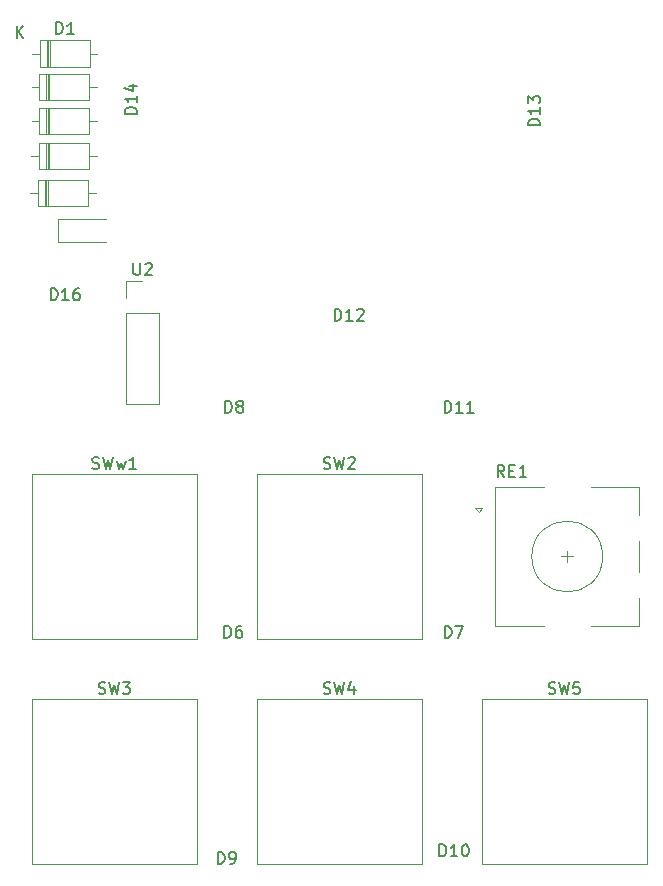
<source format=gbr>
%TF.GenerationSoftware,KiCad,Pcbnew,9.0.7*%
%TF.CreationDate,2026-01-31T12:03:09-06:00*%
%TF.ProjectId,PRO,50524f2e-6b69-4636-9164-5f7063625858,rev?*%
%TF.SameCoordinates,Original*%
%TF.FileFunction,Legend,Top*%
%TF.FilePolarity,Positive*%
%FSLAX46Y46*%
G04 Gerber Fmt 4.6, Leading zero omitted, Abs format (unit mm)*
G04 Created by KiCad (PCBNEW 9.0.7) date 2026-01-31 12:03:09*
%MOMM*%
%LPD*%
G01*
G04 APERTURE LIST*
%ADD10C,0.200000*%
%ADD11C,0.150000*%
%ADD12C,0.120000*%
G04 APERTURE END LIST*
D10*
X32723214Y-54502219D02*
X32723214Y-53502219D01*
X32723214Y-53502219D02*
X32961309Y-53502219D01*
X32961309Y-53502219D02*
X33104166Y-53549838D01*
X33104166Y-53549838D02*
X33199404Y-53645076D01*
X33199404Y-53645076D02*
X33247023Y-53740314D01*
X33247023Y-53740314D02*
X33294642Y-53930790D01*
X33294642Y-53930790D02*
X33294642Y-54073647D01*
X33294642Y-54073647D02*
X33247023Y-54264123D01*
X33247023Y-54264123D02*
X33199404Y-54359361D01*
X33199404Y-54359361D02*
X33104166Y-54454600D01*
X33104166Y-54454600D02*
X32961309Y-54502219D01*
X32961309Y-54502219D02*
X32723214Y-54502219D01*
X34247023Y-54502219D02*
X33675595Y-54502219D01*
X33961309Y-54502219D02*
X33961309Y-53502219D01*
X33961309Y-53502219D02*
X33866071Y-53645076D01*
X33866071Y-53645076D02*
X33770833Y-53740314D01*
X33770833Y-53740314D02*
X33675595Y-53787933D01*
X35104166Y-53502219D02*
X34913690Y-53502219D01*
X34913690Y-53502219D02*
X34818452Y-53549838D01*
X34818452Y-53549838D02*
X34770833Y-53597457D01*
X34770833Y-53597457D02*
X34675595Y-53740314D01*
X34675595Y-53740314D02*
X34627976Y-53930790D01*
X34627976Y-53930790D02*
X34627976Y-54311742D01*
X34627976Y-54311742D02*
X34675595Y-54406980D01*
X34675595Y-54406980D02*
X34723214Y-54454600D01*
X34723214Y-54454600D02*
X34818452Y-54502219D01*
X34818452Y-54502219D02*
X35008928Y-54502219D01*
X35008928Y-54502219D02*
X35104166Y-54454600D01*
X35104166Y-54454600D02*
X35151785Y-54406980D01*
X35151785Y-54406980D02*
X35199404Y-54311742D01*
X35199404Y-54311742D02*
X35199404Y-54073647D01*
X35199404Y-54073647D02*
X35151785Y-53978409D01*
X35151785Y-53978409D02*
X35104166Y-53930790D01*
X35104166Y-53930790D02*
X35008928Y-53883171D01*
X35008928Y-53883171D02*
X34818452Y-53883171D01*
X34818452Y-53883171D02*
X34723214Y-53930790D01*
X34723214Y-53930790D02*
X34675595Y-53978409D01*
X34675595Y-53978409D02*
X34627976Y-54073647D01*
X65625714Y-101582219D02*
X65625714Y-100582219D01*
X65625714Y-100582219D02*
X65863809Y-100582219D01*
X65863809Y-100582219D02*
X66006666Y-100629838D01*
X66006666Y-100629838D02*
X66101904Y-100725076D01*
X66101904Y-100725076D02*
X66149523Y-100820314D01*
X66149523Y-100820314D02*
X66197142Y-101010790D01*
X66197142Y-101010790D02*
X66197142Y-101153647D01*
X66197142Y-101153647D02*
X66149523Y-101344123D01*
X66149523Y-101344123D02*
X66101904Y-101439361D01*
X66101904Y-101439361D02*
X66006666Y-101534600D01*
X66006666Y-101534600D02*
X65863809Y-101582219D01*
X65863809Y-101582219D02*
X65625714Y-101582219D01*
X67149523Y-101582219D02*
X66578095Y-101582219D01*
X66863809Y-101582219D02*
X66863809Y-100582219D01*
X66863809Y-100582219D02*
X66768571Y-100725076D01*
X66768571Y-100725076D02*
X66673333Y-100820314D01*
X66673333Y-100820314D02*
X66578095Y-100867933D01*
X67768571Y-100582219D02*
X67863809Y-100582219D01*
X67863809Y-100582219D02*
X67959047Y-100629838D01*
X67959047Y-100629838D02*
X68006666Y-100677457D01*
X68006666Y-100677457D02*
X68054285Y-100772695D01*
X68054285Y-100772695D02*
X68101904Y-100963171D01*
X68101904Y-100963171D02*
X68101904Y-101201266D01*
X68101904Y-101201266D02*
X68054285Y-101391742D01*
X68054285Y-101391742D02*
X68006666Y-101486980D01*
X68006666Y-101486980D02*
X67959047Y-101534600D01*
X67959047Y-101534600D02*
X67863809Y-101582219D01*
X67863809Y-101582219D02*
X67768571Y-101582219D01*
X67768571Y-101582219D02*
X67673333Y-101534600D01*
X67673333Y-101534600D02*
X67625714Y-101486980D01*
X67625714Y-101486980D02*
X67578095Y-101391742D01*
X67578095Y-101391742D02*
X67530476Y-101201266D01*
X67530476Y-101201266D02*
X67530476Y-100963171D01*
X67530476Y-100963171D02*
X67578095Y-100772695D01*
X67578095Y-100772695D02*
X67625714Y-100677457D01*
X67625714Y-100677457D02*
X67673333Y-100629838D01*
X67673333Y-100629838D02*
X67768571Y-100582219D01*
D11*
X71130952Y-69454819D02*
X70797619Y-68978628D01*
X70559524Y-69454819D02*
X70559524Y-68454819D01*
X70559524Y-68454819D02*
X70940476Y-68454819D01*
X70940476Y-68454819D02*
X71035714Y-68502438D01*
X71035714Y-68502438D02*
X71083333Y-68550057D01*
X71083333Y-68550057D02*
X71130952Y-68645295D01*
X71130952Y-68645295D02*
X71130952Y-68788152D01*
X71130952Y-68788152D02*
X71083333Y-68883390D01*
X71083333Y-68883390D02*
X71035714Y-68931009D01*
X71035714Y-68931009D02*
X70940476Y-68978628D01*
X70940476Y-68978628D02*
X70559524Y-68978628D01*
X71559524Y-68931009D02*
X71892857Y-68931009D01*
X72035714Y-69454819D02*
X71559524Y-69454819D01*
X71559524Y-69454819D02*
X71559524Y-68454819D01*
X71559524Y-68454819D02*
X72035714Y-68454819D01*
X72988095Y-69454819D02*
X72416667Y-69454819D01*
X72702381Y-69454819D02*
X72702381Y-68454819D01*
X72702381Y-68454819D02*
X72607143Y-68597676D01*
X72607143Y-68597676D02*
X72511905Y-68692914D01*
X72511905Y-68692914D02*
X72416667Y-68740533D01*
D10*
X74136919Y-39695485D02*
X73136919Y-39695485D01*
X73136919Y-39695485D02*
X73136919Y-39457390D01*
X73136919Y-39457390D02*
X73184538Y-39314533D01*
X73184538Y-39314533D02*
X73279776Y-39219295D01*
X73279776Y-39219295D02*
X73375014Y-39171676D01*
X73375014Y-39171676D02*
X73565490Y-39124057D01*
X73565490Y-39124057D02*
X73708347Y-39124057D01*
X73708347Y-39124057D02*
X73898823Y-39171676D01*
X73898823Y-39171676D02*
X73994061Y-39219295D01*
X73994061Y-39219295D02*
X74089300Y-39314533D01*
X74089300Y-39314533D02*
X74136919Y-39457390D01*
X74136919Y-39457390D02*
X74136919Y-39695485D01*
X74136919Y-38171676D02*
X74136919Y-38743104D01*
X74136919Y-38457390D02*
X73136919Y-38457390D01*
X73136919Y-38457390D02*
X73279776Y-38552628D01*
X73279776Y-38552628D02*
X73375014Y-38647866D01*
X73375014Y-38647866D02*
X73422633Y-38743104D01*
X73136919Y-37838342D02*
X73136919Y-37219295D01*
X73136919Y-37219295D02*
X73517871Y-37552628D01*
X73517871Y-37552628D02*
X73517871Y-37409771D01*
X73517871Y-37409771D02*
X73565490Y-37314533D01*
X73565490Y-37314533D02*
X73613109Y-37266914D01*
X73613109Y-37266914D02*
X73708347Y-37219295D01*
X73708347Y-37219295D02*
X73946442Y-37219295D01*
X73946442Y-37219295D02*
X74041680Y-37266914D01*
X74041680Y-37266914D02*
X74089300Y-37314533D01*
X74089300Y-37314533D02*
X74136919Y-37409771D01*
X74136919Y-37409771D02*
X74136919Y-37695485D01*
X74136919Y-37695485D02*
X74089300Y-37790723D01*
X74089300Y-37790723D02*
X74041680Y-37838342D01*
X39995919Y-38714285D02*
X38995919Y-38714285D01*
X38995919Y-38714285D02*
X38995919Y-38476190D01*
X38995919Y-38476190D02*
X39043538Y-38333333D01*
X39043538Y-38333333D02*
X39138776Y-38238095D01*
X39138776Y-38238095D02*
X39234014Y-38190476D01*
X39234014Y-38190476D02*
X39424490Y-38142857D01*
X39424490Y-38142857D02*
X39567347Y-38142857D01*
X39567347Y-38142857D02*
X39757823Y-38190476D01*
X39757823Y-38190476D02*
X39853061Y-38238095D01*
X39853061Y-38238095D02*
X39948300Y-38333333D01*
X39948300Y-38333333D02*
X39995919Y-38476190D01*
X39995919Y-38476190D02*
X39995919Y-38714285D01*
X39995919Y-37190476D02*
X39995919Y-37761904D01*
X39995919Y-37476190D02*
X38995919Y-37476190D01*
X38995919Y-37476190D02*
X39138776Y-37571428D01*
X39138776Y-37571428D02*
X39234014Y-37666666D01*
X39234014Y-37666666D02*
X39281633Y-37761904D01*
X39329252Y-36333333D02*
X39995919Y-36333333D01*
X38948300Y-36571428D02*
X39662585Y-36809523D01*
X39662585Y-36809523D02*
X39662585Y-36190476D01*
D11*
X55816667Y-68733200D02*
X55959524Y-68780819D01*
X55959524Y-68780819D02*
X56197619Y-68780819D01*
X56197619Y-68780819D02*
X56292857Y-68733200D01*
X56292857Y-68733200D02*
X56340476Y-68685580D01*
X56340476Y-68685580D02*
X56388095Y-68590342D01*
X56388095Y-68590342D02*
X56388095Y-68495104D01*
X56388095Y-68495104D02*
X56340476Y-68399866D01*
X56340476Y-68399866D02*
X56292857Y-68352247D01*
X56292857Y-68352247D02*
X56197619Y-68304628D01*
X56197619Y-68304628D02*
X56007143Y-68257009D01*
X56007143Y-68257009D02*
X55911905Y-68209390D01*
X55911905Y-68209390D02*
X55864286Y-68161771D01*
X55864286Y-68161771D02*
X55816667Y-68066533D01*
X55816667Y-68066533D02*
X55816667Y-67971295D01*
X55816667Y-67971295D02*
X55864286Y-67876057D01*
X55864286Y-67876057D02*
X55911905Y-67828438D01*
X55911905Y-67828438D02*
X56007143Y-67780819D01*
X56007143Y-67780819D02*
X56245238Y-67780819D01*
X56245238Y-67780819D02*
X56388095Y-67828438D01*
X56721429Y-67780819D02*
X56959524Y-68780819D01*
X56959524Y-68780819D02*
X57150000Y-68066533D01*
X57150000Y-68066533D02*
X57340476Y-68780819D01*
X57340476Y-68780819D02*
X57578572Y-67780819D01*
X57911905Y-67876057D02*
X57959524Y-67828438D01*
X57959524Y-67828438D02*
X58054762Y-67780819D01*
X58054762Y-67780819D02*
X58292857Y-67780819D01*
X58292857Y-67780819D02*
X58388095Y-67828438D01*
X58388095Y-67828438D02*
X58435714Y-67876057D01*
X58435714Y-67876057D02*
X58483333Y-67971295D01*
X58483333Y-67971295D02*
X58483333Y-68066533D01*
X58483333Y-68066533D02*
X58435714Y-68209390D01*
X58435714Y-68209390D02*
X57864286Y-68780819D01*
X57864286Y-68780819D02*
X58483333Y-68780819D01*
X36766667Y-87783200D02*
X36909524Y-87830819D01*
X36909524Y-87830819D02*
X37147619Y-87830819D01*
X37147619Y-87830819D02*
X37242857Y-87783200D01*
X37242857Y-87783200D02*
X37290476Y-87735580D01*
X37290476Y-87735580D02*
X37338095Y-87640342D01*
X37338095Y-87640342D02*
X37338095Y-87545104D01*
X37338095Y-87545104D02*
X37290476Y-87449866D01*
X37290476Y-87449866D02*
X37242857Y-87402247D01*
X37242857Y-87402247D02*
X37147619Y-87354628D01*
X37147619Y-87354628D02*
X36957143Y-87307009D01*
X36957143Y-87307009D02*
X36861905Y-87259390D01*
X36861905Y-87259390D02*
X36814286Y-87211771D01*
X36814286Y-87211771D02*
X36766667Y-87116533D01*
X36766667Y-87116533D02*
X36766667Y-87021295D01*
X36766667Y-87021295D02*
X36814286Y-86926057D01*
X36814286Y-86926057D02*
X36861905Y-86878438D01*
X36861905Y-86878438D02*
X36957143Y-86830819D01*
X36957143Y-86830819D02*
X37195238Y-86830819D01*
X37195238Y-86830819D02*
X37338095Y-86878438D01*
X37671429Y-86830819D02*
X37909524Y-87830819D01*
X37909524Y-87830819D02*
X38100000Y-87116533D01*
X38100000Y-87116533D02*
X38290476Y-87830819D01*
X38290476Y-87830819D02*
X38528572Y-86830819D01*
X38814286Y-86830819D02*
X39433333Y-86830819D01*
X39433333Y-86830819D02*
X39100000Y-87211771D01*
X39100000Y-87211771D02*
X39242857Y-87211771D01*
X39242857Y-87211771D02*
X39338095Y-87259390D01*
X39338095Y-87259390D02*
X39385714Y-87307009D01*
X39385714Y-87307009D02*
X39433333Y-87402247D01*
X39433333Y-87402247D02*
X39433333Y-87640342D01*
X39433333Y-87640342D02*
X39385714Y-87735580D01*
X39385714Y-87735580D02*
X39338095Y-87783200D01*
X39338095Y-87783200D02*
X39242857Y-87830819D01*
X39242857Y-87830819D02*
X38957143Y-87830819D01*
X38957143Y-87830819D02*
X38861905Y-87783200D01*
X38861905Y-87783200D02*
X38814286Y-87735580D01*
D10*
X66060714Y-64027219D02*
X66060714Y-63027219D01*
X66060714Y-63027219D02*
X66298809Y-63027219D01*
X66298809Y-63027219D02*
X66441666Y-63074838D01*
X66441666Y-63074838D02*
X66536904Y-63170076D01*
X66536904Y-63170076D02*
X66584523Y-63265314D01*
X66584523Y-63265314D02*
X66632142Y-63455790D01*
X66632142Y-63455790D02*
X66632142Y-63598647D01*
X66632142Y-63598647D02*
X66584523Y-63789123D01*
X66584523Y-63789123D02*
X66536904Y-63884361D01*
X66536904Y-63884361D02*
X66441666Y-63979600D01*
X66441666Y-63979600D02*
X66298809Y-64027219D01*
X66298809Y-64027219D02*
X66060714Y-64027219D01*
X67584523Y-64027219D02*
X67013095Y-64027219D01*
X67298809Y-64027219D02*
X67298809Y-63027219D01*
X67298809Y-63027219D02*
X67203571Y-63170076D01*
X67203571Y-63170076D02*
X67108333Y-63265314D01*
X67108333Y-63265314D02*
X67013095Y-63312933D01*
X68536904Y-64027219D02*
X67965476Y-64027219D01*
X68251190Y-64027219D02*
X68251190Y-63027219D01*
X68251190Y-63027219D02*
X68155952Y-63170076D01*
X68155952Y-63170076D02*
X68060714Y-63265314D01*
X68060714Y-63265314D02*
X67965476Y-63312933D01*
D11*
X74866667Y-87783200D02*
X75009524Y-87830819D01*
X75009524Y-87830819D02*
X75247619Y-87830819D01*
X75247619Y-87830819D02*
X75342857Y-87783200D01*
X75342857Y-87783200D02*
X75390476Y-87735580D01*
X75390476Y-87735580D02*
X75438095Y-87640342D01*
X75438095Y-87640342D02*
X75438095Y-87545104D01*
X75438095Y-87545104D02*
X75390476Y-87449866D01*
X75390476Y-87449866D02*
X75342857Y-87402247D01*
X75342857Y-87402247D02*
X75247619Y-87354628D01*
X75247619Y-87354628D02*
X75057143Y-87307009D01*
X75057143Y-87307009D02*
X74961905Y-87259390D01*
X74961905Y-87259390D02*
X74914286Y-87211771D01*
X74914286Y-87211771D02*
X74866667Y-87116533D01*
X74866667Y-87116533D02*
X74866667Y-87021295D01*
X74866667Y-87021295D02*
X74914286Y-86926057D01*
X74914286Y-86926057D02*
X74961905Y-86878438D01*
X74961905Y-86878438D02*
X75057143Y-86830819D01*
X75057143Y-86830819D02*
X75295238Y-86830819D01*
X75295238Y-86830819D02*
X75438095Y-86878438D01*
X75771429Y-86830819D02*
X76009524Y-87830819D01*
X76009524Y-87830819D02*
X76200000Y-87116533D01*
X76200000Y-87116533D02*
X76390476Y-87830819D01*
X76390476Y-87830819D02*
X76628572Y-86830819D01*
X77485714Y-86830819D02*
X77009524Y-86830819D01*
X77009524Y-86830819D02*
X76961905Y-87307009D01*
X76961905Y-87307009D02*
X77009524Y-87259390D01*
X77009524Y-87259390D02*
X77104762Y-87211771D01*
X77104762Y-87211771D02*
X77342857Y-87211771D01*
X77342857Y-87211771D02*
X77438095Y-87259390D01*
X77438095Y-87259390D02*
X77485714Y-87307009D01*
X77485714Y-87307009D02*
X77533333Y-87402247D01*
X77533333Y-87402247D02*
X77533333Y-87640342D01*
X77533333Y-87640342D02*
X77485714Y-87735580D01*
X77485714Y-87735580D02*
X77438095Y-87783200D01*
X77438095Y-87783200D02*
X77342857Y-87830819D01*
X77342857Y-87830819D02*
X77104762Y-87830819D01*
X77104762Y-87830819D02*
X77009524Y-87783200D01*
X77009524Y-87783200D02*
X76961905Y-87735580D01*
X55816667Y-87783200D02*
X55959524Y-87830819D01*
X55959524Y-87830819D02*
X56197619Y-87830819D01*
X56197619Y-87830819D02*
X56292857Y-87783200D01*
X56292857Y-87783200D02*
X56340476Y-87735580D01*
X56340476Y-87735580D02*
X56388095Y-87640342D01*
X56388095Y-87640342D02*
X56388095Y-87545104D01*
X56388095Y-87545104D02*
X56340476Y-87449866D01*
X56340476Y-87449866D02*
X56292857Y-87402247D01*
X56292857Y-87402247D02*
X56197619Y-87354628D01*
X56197619Y-87354628D02*
X56007143Y-87307009D01*
X56007143Y-87307009D02*
X55911905Y-87259390D01*
X55911905Y-87259390D02*
X55864286Y-87211771D01*
X55864286Y-87211771D02*
X55816667Y-87116533D01*
X55816667Y-87116533D02*
X55816667Y-87021295D01*
X55816667Y-87021295D02*
X55864286Y-86926057D01*
X55864286Y-86926057D02*
X55911905Y-86878438D01*
X55911905Y-86878438D02*
X56007143Y-86830819D01*
X56007143Y-86830819D02*
X56245238Y-86830819D01*
X56245238Y-86830819D02*
X56388095Y-86878438D01*
X56721429Y-86830819D02*
X56959524Y-87830819D01*
X56959524Y-87830819D02*
X57150000Y-87116533D01*
X57150000Y-87116533D02*
X57340476Y-87830819D01*
X57340476Y-87830819D02*
X57578572Y-86830819D01*
X58388095Y-87164152D02*
X58388095Y-87830819D01*
X58150000Y-86783200D02*
X57911905Y-87497485D01*
X57911905Y-87497485D02*
X58530952Y-87497485D01*
X36242857Y-68733200D02*
X36385714Y-68780819D01*
X36385714Y-68780819D02*
X36623809Y-68780819D01*
X36623809Y-68780819D02*
X36719047Y-68733200D01*
X36719047Y-68733200D02*
X36766666Y-68685580D01*
X36766666Y-68685580D02*
X36814285Y-68590342D01*
X36814285Y-68590342D02*
X36814285Y-68495104D01*
X36814285Y-68495104D02*
X36766666Y-68399866D01*
X36766666Y-68399866D02*
X36719047Y-68352247D01*
X36719047Y-68352247D02*
X36623809Y-68304628D01*
X36623809Y-68304628D02*
X36433333Y-68257009D01*
X36433333Y-68257009D02*
X36338095Y-68209390D01*
X36338095Y-68209390D02*
X36290476Y-68161771D01*
X36290476Y-68161771D02*
X36242857Y-68066533D01*
X36242857Y-68066533D02*
X36242857Y-67971295D01*
X36242857Y-67971295D02*
X36290476Y-67876057D01*
X36290476Y-67876057D02*
X36338095Y-67828438D01*
X36338095Y-67828438D02*
X36433333Y-67780819D01*
X36433333Y-67780819D02*
X36671428Y-67780819D01*
X36671428Y-67780819D02*
X36814285Y-67828438D01*
X37147619Y-67780819D02*
X37385714Y-68780819D01*
X37385714Y-68780819D02*
X37576190Y-68066533D01*
X37576190Y-68066533D02*
X37766666Y-68780819D01*
X37766666Y-68780819D02*
X38004762Y-67780819D01*
X38290476Y-68114152D02*
X38480952Y-68780819D01*
X38480952Y-68780819D02*
X38671428Y-68304628D01*
X38671428Y-68304628D02*
X38861904Y-68780819D01*
X38861904Y-68780819D02*
X39052380Y-68114152D01*
X39957142Y-68780819D02*
X39385714Y-68780819D01*
X39671428Y-68780819D02*
X39671428Y-67780819D01*
X39671428Y-67780819D02*
X39576190Y-67923676D01*
X39576190Y-67923676D02*
X39480952Y-68018914D01*
X39480952Y-68018914D02*
X39385714Y-68066533D01*
X39719395Y-51367319D02*
X39719395Y-52176842D01*
X39719395Y-52176842D02*
X39767014Y-52272080D01*
X39767014Y-52272080D02*
X39814633Y-52319700D01*
X39814633Y-52319700D02*
X39909871Y-52367319D01*
X39909871Y-52367319D02*
X40100347Y-52367319D01*
X40100347Y-52367319D02*
X40195585Y-52319700D01*
X40195585Y-52319700D02*
X40243204Y-52272080D01*
X40243204Y-52272080D02*
X40290823Y-52176842D01*
X40290823Y-52176842D02*
X40290823Y-51367319D01*
X40719395Y-51462557D02*
X40767014Y-51414938D01*
X40767014Y-51414938D02*
X40862252Y-51367319D01*
X40862252Y-51367319D02*
X41100347Y-51367319D01*
X41100347Y-51367319D02*
X41195585Y-51414938D01*
X41195585Y-51414938D02*
X41243204Y-51462557D01*
X41243204Y-51462557D02*
X41290823Y-51557795D01*
X41290823Y-51557795D02*
X41290823Y-51653033D01*
X41290823Y-51653033D02*
X41243204Y-51795890D01*
X41243204Y-51795890D02*
X40671776Y-52367319D01*
X40671776Y-52367319D02*
X41290823Y-52367319D01*
D10*
X56754414Y-56236319D02*
X56754414Y-55236319D01*
X56754414Y-55236319D02*
X56992509Y-55236319D01*
X56992509Y-55236319D02*
X57135366Y-55283938D01*
X57135366Y-55283938D02*
X57230604Y-55379176D01*
X57230604Y-55379176D02*
X57278223Y-55474414D01*
X57278223Y-55474414D02*
X57325842Y-55664890D01*
X57325842Y-55664890D02*
X57325842Y-55807747D01*
X57325842Y-55807747D02*
X57278223Y-55998223D01*
X57278223Y-55998223D02*
X57230604Y-56093461D01*
X57230604Y-56093461D02*
X57135366Y-56188700D01*
X57135366Y-56188700D02*
X56992509Y-56236319D01*
X56992509Y-56236319D02*
X56754414Y-56236319D01*
X58278223Y-56236319D02*
X57706795Y-56236319D01*
X57992509Y-56236319D02*
X57992509Y-55236319D01*
X57992509Y-55236319D02*
X57897271Y-55379176D01*
X57897271Y-55379176D02*
X57802033Y-55474414D01*
X57802033Y-55474414D02*
X57706795Y-55522033D01*
X58659176Y-55331557D02*
X58706795Y-55283938D01*
X58706795Y-55283938D02*
X58802033Y-55236319D01*
X58802033Y-55236319D02*
X59040128Y-55236319D01*
X59040128Y-55236319D02*
X59135366Y-55283938D01*
X59135366Y-55283938D02*
X59182985Y-55331557D01*
X59182985Y-55331557D02*
X59230604Y-55426795D01*
X59230604Y-55426795D02*
X59230604Y-55522033D01*
X59230604Y-55522033D02*
X59182985Y-55664890D01*
X59182985Y-55664890D02*
X58611557Y-56236319D01*
X58611557Y-56236319D02*
X59230604Y-56236319D01*
D11*
X33171905Y-31964819D02*
X33171905Y-30964819D01*
X33171905Y-30964819D02*
X33410000Y-30964819D01*
X33410000Y-30964819D02*
X33552857Y-31012438D01*
X33552857Y-31012438D02*
X33648095Y-31107676D01*
X33648095Y-31107676D02*
X33695714Y-31202914D01*
X33695714Y-31202914D02*
X33743333Y-31393390D01*
X33743333Y-31393390D02*
X33743333Y-31536247D01*
X33743333Y-31536247D02*
X33695714Y-31726723D01*
X33695714Y-31726723D02*
X33648095Y-31821961D01*
X33648095Y-31821961D02*
X33552857Y-31917200D01*
X33552857Y-31917200D02*
X33410000Y-31964819D01*
X33410000Y-31964819D02*
X33171905Y-31964819D01*
X34695714Y-31964819D02*
X34124286Y-31964819D01*
X34410000Y-31964819D02*
X34410000Y-30964819D01*
X34410000Y-30964819D02*
X34314762Y-31107676D01*
X34314762Y-31107676D02*
X34219524Y-31202914D01*
X34219524Y-31202914D02*
X34124286Y-31250533D01*
X29838095Y-32284819D02*
X29838095Y-31284819D01*
X30409523Y-32284819D02*
X29980952Y-31713390D01*
X30409523Y-31284819D02*
X29838095Y-31856247D01*
D10*
X47421905Y-83078419D02*
X47421905Y-82078419D01*
X47421905Y-82078419D02*
X47660000Y-82078419D01*
X47660000Y-82078419D02*
X47802857Y-82126038D01*
X47802857Y-82126038D02*
X47898095Y-82221276D01*
X47898095Y-82221276D02*
X47945714Y-82316514D01*
X47945714Y-82316514D02*
X47993333Y-82506990D01*
X47993333Y-82506990D02*
X47993333Y-82649847D01*
X47993333Y-82649847D02*
X47945714Y-82840323D01*
X47945714Y-82840323D02*
X47898095Y-82935561D01*
X47898095Y-82935561D02*
X47802857Y-83030800D01*
X47802857Y-83030800D02*
X47660000Y-83078419D01*
X47660000Y-83078419D02*
X47421905Y-83078419D01*
X48850476Y-82078419D02*
X48660000Y-82078419D01*
X48660000Y-82078419D02*
X48564762Y-82126038D01*
X48564762Y-82126038D02*
X48517143Y-82173657D01*
X48517143Y-82173657D02*
X48421905Y-82316514D01*
X48421905Y-82316514D02*
X48374286Y-82506990D01*
X48374286Y-82506990D02*
X48374286Y-82887942D01*
X48374286Y-82887942D02*
X48421905Y-82983180D01*
X48421905Y-82983180D02*
X48469524Y-83030800D01*
X48469524Y-83030800D02*
X48564762Y-83078419D01*
X48564762Y-83078419D02*
X48755238Y-83078419D01*
X48755238Y-83078419D02*
X48850476Y-83030800D01*
X48850476Y-83030800D02*
X48898095Y-82983180D01*
X48898095Y-82983180D02*
X48945714Y-82887942D01*
X48945714Y-82887942D02*
X48945714Y-82649847D01*
X48945714Y-82649847D02*
X48898095Y-82554609D01*
X48898095Y-82554609D02*
X48850476Y-82506990D01*
X48850476Y-82506990D02*
X48755238Y-82459371D01*
X48755238Y-82459371D02*
X48564762Y-82459371D01*
X48564762Y-82459371D02*
X48469524Y-82506990D01*
X48469524Y-82506990D02*
X48421905Y-82554609D01*
X48421905Y-82554609D02*
X48374286Y-82649847D01*
X47486905Y-64027219D02*
X47486905Y-63027219D01*
X47486905Y-63027219D02*
X47725000Y-63027219D01*
X47725000Y-63027219D02*
X47867857Y-63074838D01*
X47867857Y-63074838D02*
X47963095Y-63170076D01*
X47963095Y-63170076D02*
X48010714Y-63265314D01*
X48010714Y-63265314D02*
X48058333Y-63455790D01*
X48058333Y-63455790D02*
X48058333Y-63598647D01*
X48058333Y-63598647D02*
X48010714Y-63789123D01*
X48010714Y-63789123D02*
X47963095Y-63884361D01*
X47963095Y-63884361D02*
X47867857Y-63979600D01*
X47867857Y-63979600D02*
X47725000Y-64027219D01*
X47725000Y-64027219D02*
X47486905Y-64027219D01*
X48629762Y-63455790D02*
X48534524Y-63408171D01*
X48534524Y-63408171D02*
X48486905Y-63360552D01*
X48486905Y-63360552D02*
X48439286Y-63265314D01*
X48439286Y-63265314D02*
X48439286Y-63217695D01*
X48439286Y-63217695D02*
X48486905Y-63122457D01*
X48486905Y-63122457D02*
X48534524Y-63074838D01*
X48534524Y-63074838D02*
X48629762Y-63027219D01*
X48629762Y-63027219D02*
X48820238Y-63027219D01*
X48820238Y-63027219D02*
X48915476Y-63074838D01*
X48915476Y-63074838D02*
X48963095Y-63122457D01*
X48963095Y-63122457D02*
X49010714Y-63217695D01*
X49010714Y-63217695D02*
X49010714Y-63265314D01*
X49010714Y-63265314D02*
X48963095Y-63360552D01*
X48963095Y-63360552D02*
X48915476Y-63408171D01*
X48915476Y-63408171D02*
X48820238Y-63455790D01*
X48820238Y-63455790D02*
X48629762Y-63455790D01*
X48629762Y-63455790D02*
X48534524Y-63503409D01*
X48534524Y-63503409D02*
X48486905Y-63551028D01*
X48486905Y-63551028D02*
X48439286Y-63646266D01*
X48439286Y-63646266D02*
X48439286Y-63836742D01*
X48439286Y-63836742D02*
X48486905Y-63931980D01*
X48486905Y-63931980D02*
X48534524Y-63979600D01*
X48534524Y-63979600D02*
X48629762Y-64027219D01*
X48629762Y-64027219D02*
X48820238Y-64027219D01*
X48820238Y-64027219D02*
X48915476Y-63979600D01*
X48915476Y-63979600D02*
X48963095Y-63931980D01*
X48963095Y-63931980D02*
X49010714Y-63836742D01*
X49010714Y-63836742D02*
X49010714Y-63646266D01*
X49010714Y-63646266D02*
X48963095Y-63551028D01*
X48963095Y-63551028D02*
X48915476Y-63503409D01*
X48915476Y-63503409D02*
X48820238Y-63455790D01*
X46871905Y-102212219D02*
X46871905Y-101212219D01*
X46871905Y-101212219D02*
X47110000Y-101212219D01*
X47110000Y-101212219D02*
X47252857Y-101259838D01*
X47252857Y-101259838D02*
X47348095Y-101355076D01*
X47348095Y-101355076D02*
X47395714Y-101450314D01*
X47395714Y-101450314D02*
X47443333Y-101640790D01*
X47443333Y-101640790D02*
X47443333Y-101783647D01*
X47443333Y-101783647D02*
X47395714Y-101974123D01*
X47395714Y-101974123D02*
X47348095Y-102069361D01*
X47348095Y-102069361D02*
X47252857Y-102164600D01*
X47252857Y-102164600D02*
X47110000Y-102212219D01*
X47110000Y-102212219D02*
X46871905Y-102212219D01*
X47919524Y-102212219D02*
X48110000Y-102212219D01*
X48110000Y-102212219D02*
X48205238Y-102164600D01*
X48205238Y-102164600D02*
X48252857Y-102116980D01*
X48252857Y-102116980D02*
X48348095Y-101974123D01*
X48348095Y-101974123D02*
X48395714Y-101783647D01*
X48395714Y-101783647D02*
X48395714Y-101402695D01*
X48395714Y-101402695D02*
X48348095Y-101307457D01*
X48348095Y-101307457D02*
X48300476Y-101259838D01*
X48300476Y-101259838D02*
X48205238Y-101212219D01*
X48205238Y-101212219D02*
X48014762Y-101212219D01*
X48014762Y-101212219D02*
X47919524Y-101259838D01*
X47919524Y-101259838D02*
X47871905Y-101307457D01*
X47871905Y-101307457D02*
X47824286Y-101402695D01*
X47824286Y-101402695D02*
X47824286Y-101640790D01*
X47824286Y-101640790D02*
X47871905Y-101736028D01*
X47871905Y-101736028D02*
X47919524Y-101783647D01*
X47919524Y-101783647D02*
X48014762Y-101831266D01*
X48014762Y-101831266D02*
X48205238Y-101831266D01*
X48205238Y-101831266D02*
X48300476Y-101783647D01*
X48300476Y-101783647D02*
X48348095Y-101736028D01*
X48348095Y-101736028D02*
X48395714Y-101640790D01*
X66084205Y-83096019D02*
X66084205Y-82096019D01*
X66084205Y-82096019D02*
X66322300Y-82096019D01*
X66322300Y-82096019D02*
X66465157Y-82143638D01*
X66465157Y-82143638D02*
X66560395Y-82238876D01*
X66560395Y-82238876D02*
X66608014Y-82334114D01*
X66608014Y-82334114D02*
X66655633Y-82524590D01*
X66655633Y-82524590D02*
X66655633Y-82667447D01*
X66655633Y-82667447D02*
X66608014Y-82857923D01*
X66608014Y-82857923D02*
X66560395Y-82953161D01*
X66560395Y-82953161D02*
X66465157Y-83048400D01*
X66465157Y-83048400D02*
X66322300Y-83096019D01*
X66322300Y-83096019D02*
X66084205Y-83096019D01*
X66988967Y-82096019D02*
X67655633Y-82096019D01*
X67655633Y-82096019D02*
X67227062Y-83096019D01*
D12*
%TO.C,RE1*%
X68650000Y-72100000D02*
X69250000Y-72100000D01*
X68950000Y-72400000D02*
X68650000Y-72100000D01*
X69250000Y-72100000D02*
X68950000Y-72400000D01*
X70350000Y-70300000D02*
X70350000Y-82100000D01*
X74450000Y-70300000D02*
X70350000Y-70300000D01*
X74450000Y-82100000D02*
X70350000Y-82100000D01*
X75950000Y-76200000D02*
X76950000Y-76200000D01*
X76450000Y-75700000D02*
X76450000Y-76700000D01*
X78450000Y-70300000D02*
X82550000Y-70300000D01*
X82550000Y-70300000D02*
X82550000Y-72700000D01*
X82550000Y-74900000D02*
X82550000Y-77500000D01*
X82550000Y-79700000D02*
X82550000Y-82100000D01*
X82550000Y-82100000D02*
X78450000Y-82100000D01*
X79450000Y-76200000D02*
G75*
G02*
X73450000Y-76200000I-3000000J0D01*
G01*
X73450000Y-76200000D02*
G75*
G02*
X79450000Y-76200000I3000000J0D01*
G01*
%TO.C,D17*%
X33358800Y-47593700D02*
X33358800Y-49593700D01*
X33358800Y-47593700D02*
X37368800Y-47593700D01*
X33358800Y-49593700D02*
X37368800Y-49593700D01*
%TO.C,SW2*%
X50165000Y-69215000D02*
X64135000Y-69215000D01*
X50165000Y-83185000D02*
X50165000Y-69215000D01*
X64135000Y-69215000D02*
X64135000Y-83185000D01*
X64135000Y-83185000D02*
X50165000Y-83185000D01*
%TO.C,SW3*%
X31115000Y-88265000D02*
X45085000Y-88265000D01*
X31115000Y-102235000D02*
X31115000Y-88265000D01*
X45085000Y-88265000D02*
X45085000Y-102235000D01*
X45085000Y-102235000D02*
X31115000Y-102235000D01*
%TO.C,SW5*%
X69215000Y-88265000D02*
X83185000Y-88265000D01*
X69215000Y-102235000D02*
X69215000Y-88265000D01*
X83185000Y-88265000D02*
X83185000Y-102235000D01*
X83185000Y-102235000D02*
X69215000Y-102235000D01*
%TO.C,SW4*%
X50165000Y-88265000D02*
X64135000Y-88265000D01*
X50165000Y-102235000D02*
X50165000Y-88265000D01*
X64135000Y-88265000D02*
X64135000Y-102235000D01*
X64135000Y-102235000D02*
X50165000Y-102235000D01*
%TO.C,SWw1*%
X31115000Y-69215000D02*
X45085000Y-69215000D01*
X31115000Y-83185000D02*
X31115000Y-69215000D01*
X45085000Y-69215000D02*
X45085000Y-83185000D01*
X45085000Y-83185000D02*
X31115000Y-83185000D01*
%TO.C,D3*%
X31110000Y-39350000D02*
X31760000Y-39350000D01*
X32360000Y-38230000D02*
X32360000Y-40470000D01*
X32480000Y-38230000D02*
X32480000Y-40470000D01*
X32600000Y-38230000D02*
X32600000Y-40470000D01*
X36650000Y-39350000D02*
X36000000Y-39350000D01*
X31760000Y-38230000D02*
X36000000Y-38230000D01*
X36000000Y-40470000D01*
X31760000Y-40470000D01*
X31760000Y-38230000D01*
%TO.C,D4*%
X31090000Y-42290000D02*
X31740000Y-42290000D01*
X32340000Y-41170000D02*
X32340000Y-43410000D01*
X32460000Y-41170000D02*
X32460000Y-43410000D01*
X32580000Y-41170000D02*
X32580000Y-43410000D01*
X36630000Y-42290000D02*
X35980000Y-42290000D01*
X31740000Y-41170000D02*
X35980000Y-41170000D01*
X35980000Y-43410000D01*
X31740000Y-43410000D01*
X31740000Y-41170000D01*
%TO.C,U2*%
X39101300Y-52912500D02*
X40481300Y-52912500D01*
X39101300Y-54292500D02*
X39101300Y-52912500D01*
X39101300Y-55562500D02*
X39101300Y-63292500D01*
X39101300Y-55562500D02*
X41861300Y-55562500D01*
X39101300Y-63292500D02*
X41861300Y-63292500D01*
X41861300Y-55562500D02*
X41861300Y-63292500D01*
%TO.C,D5*%
X30990000Y-45410000D02*
X31640000Y-45410000D01*
X32240000Y-44290000D02*
X32240000Y-46530000D01*
X32360000Y-44290000D02*
X32360000Y-46530000D01*
X32480000Y-44290000D02*
X32480000Y-46530000D01*
X36530000Y-45410000D02*
X35880000Y-45410000D01*
X31640000Y-44290000D02*
X35880000Y-44290000D01*
X35880000Y-46530000D01*
X31640000Y-46530000D01*
X31640000Y-44290000D01*
%TO.C,D2*%
X31110000Y-36440000D02*
X31760000Y-36440000D01*
X32360000Y-35320000D02*
X32360000Y-37560000D01*
X32480000Y-35320000D02*
X32480000Y-37560000D01*
X32600000Y-35320000D02*
X32600000Y-37560000D01*
X36650000Y-36440000D02*
X36000000Y-36440000D01*
X31760000Y-35320000D02*
X36000000Y-35320000D01*
X36000000Y-37560000D01*
X31760000Y-37560000D01*
X31760000Y-35320000D01*
%TO.C,D1*%
X31140000Y-33630000D02*
X31790000Y-33630000D01*
X32390000Y-32510000D02*
X32390000Y-34750000D01*
X32510000Y-32510000D02*
X32510000Y-34750000D01*
X32630000Y-32510000D02*
X32630000Y-34750000D01*
X36680000Y-33630000D02*
X36030000Y-33630000D01*
X31790000Y-32510000D02*
X36030000Y-32510000D01*
X36030000Y-34750000D01*
X31790000Y-34750000D01*
X31790000Y-32510000D01*
%TD*%
M02*

</source>
